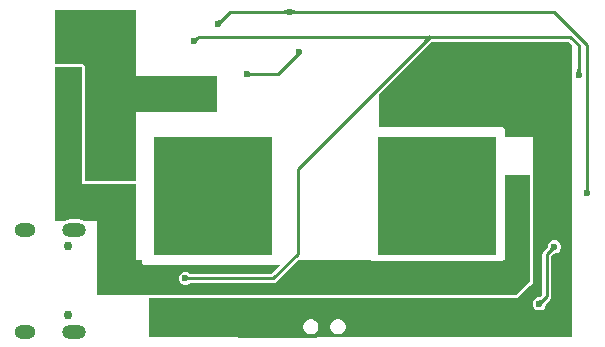
<source format=gbr>
G04*
G04 #@! TF.GenerationSoftware,Altium Limited,Altium Designer,25.2.1 (25)*
G04*
G04 Layer_Physical_Order=2*
G04 Layer_Color=16711680*
%FSLAX25Y25*%
%MOIN*%
G70*
G04*
G04 #@! TF.SameCoordinates,44C634AB-46FA-46F5-9040-7CAB15AB579A*
G04*
G04*
G04 #@! TF.FilePolarity,Positive*
G04*
G01*
G75*
%ADD14C,0.01000*%
%ADD69C,0.00500*%
%ADD70O,0.07087X0.04724*%
%ADD71O,0.07874X0.04724*%
%ADD72C,0.02953*%
%ADD73R,0.39370X0.39370*%
%ADD74C,0.02362*%
G36*
X73150Y20584D02*
X73223Y20528D01*
X73301Y20479D01*
X73386Y20437D01*
X73477Y20401D01*
X73573Y20371D01*
X73676Y20348D01*
X73784Y20332D01*
X73898Y20322D01*
X74018Y20319D01*
Y19319D01*
X73898Y19316D01*
X73784Y19306D01*
X73676Y19289D01*
X73573Y19267D01*
X73477Y19237D01*
X73386Y19201D01*
X73301Y19159D01*
X73223Y19110D01*
X73150Y19054D01*
X73083Y18992D01*
Y20646D01*
X73150Y20584D01*
D02*
G37*
G36*
X71396Y18992D02*
X71329Y19054D01*
X71256Y19110D01*
X71177Y19159D01*
X71092Y19201D01*
X71002Y19237D01*
X70905Y19267D01*
X70803Y19289D01*
X70695Y19306D01*
X70581Y19316D01*
X70460Y19319D01*
Y20319D01*
X70581Y20322D01*
X70695Y20332D01*
X70803Y20348D01*
X70905Y20371D01*
X71002Y20401D01*
X71092Y20437D01*
X71177Y20479D01*
X71256Y20528D01*
X71329Y20584D01*
X71396Y20646D01*
Y18992D01*
D02*
G37*
G36*
X50111Y16723D02*
X50029Y16636D01*
X49955Y16548D01*
X49890Y16460D01*
X49834Y16372D01*
X49786Y16283D01*
X49748Y16193D01*
X49718Y16103D01*
X49697Y16013D01*
X49685Y15922D01*
X49681Y15831D01*
X48512Y17000D01*
X48603Y17003D01*
X48694Y17016D01*
X48784Y17037D01*
X48874Y17067D01*
X48964Y17105D01*
X49053Y17153D01*
X49141Y17209D01*
X49229Y17274D01*
X49317Y17348D01*
X49404Y17430D01*
X50111Y16723D01*
D02*
G37*
G36*
X120207Y11000D02*
X120010Y10993D01*
X119819Y10972D01*
X119633Y10936D01*
X119454Y10887D01*
X119280Y10823D01*
X119113Y10745D01*
X118951Y10654D01*
X118795Y10548D01*
X118644Y10427D01*
X118500Y10293D01*
X117086D01*
X117210Y10427D01*
X117300Y10548D01*
X117356Y10654D01*
X117378Y10745D01*
X117366Y10823D01*
X117320Y10887D01*
X117239Y10936D01*
X117125Y10972D01*
X116976Y10993D01*
X116793Y11000D01*
X119000Y12000D01*
X120207Y11000D01*
D02*
G37*
G36*
X42111Y10904D02*
X42029Y10817D01*
X41955Y10729D01*
X41890Y10641D01*
X41834Y10553D01*
X41786Y10464D01*
X41748Y10374D01*
X41718Y10284D01*
X41697Y10194D01*
X41684Y10103D01*
X41681Y10012D01*
X40512Y11181D01*
X40603Y11185D01*
X40694Y11197D01*
X40784Y11218D01*
X40874Y11248D01*
X40964Y11286D01*
X41053Y11334D01*
X41141Y11390D01*
X41229Y11455D01*
X41317Y11529D01*
X41404Y11611D01*
X42111Y10904D01*
D02*
G37*
G36*
X75750Y5243D02*
X75663Y5226D01*
X75577Y5201D01*
X75490Y5169D01*
X75403Y5129D01*
X75316Y5083D01*
X75229Y5029D01*
X75143Y4968D01*
X75056Y4899D01*
X74883Y4741D01*
X74041Y5313D01*
X74124Y5401D01*
X74196Y5489D01*
X74258Y5577D01*
X74310Y5666D01*
X74351Y5754D01*
X74381Y5843D01*
X74402Y5931D01*
X74412Y6020D01*
X74411Y6109D01*
X74400Y6198D01*
X75750Y5243D01*
D02*
G37*
G36*
X169094Y644D02*
X169104Y530D01*
X169120Y422D01*
X169143Y319D01*
X169173Y223D01*
X169208Y132D01*
X169251Y48D01*
X169300Y-31D01*
X169355Y-104D01*
X169418Y-171D01*
X167764D01*
X167826Y-104D01*
X167882Y-31D01*
X167931Y48D01*
X167973Y132D01*
X168009Y223D01*
X168038Y319D01*
X168061Y422D01*
X168078Y530D01*
X168087Y644D01*
X168091Y764D01*
X169091D01*
X169094Y644D01*
D02*
G37*
G36*
X58911Y-235D02*
X58983Y-291D01*
X59062Y-340D01*
X59147Y-382D01*
X59237Y-418D01*
X59334Y-448D01*
X59436Y-471D01*
X59544Y-487D01*
X59659Y-497D01*
X59779Y-500D01*
Y-1500D01*
X59659Y-1503D01*
X59544Y-1513D01*
X59436Y-1529D01*
X59334Y-1552D01*
X59237Y-1582D01*
X59147Y-1618D01*
X59062Y-1660D01*
X58983Y-1709D01*
X58911Y-1765D01*
X58843Y-1827D01*
Y-173D01*
X58911Y-235D01*
D02*
G37*
G36*
X21000Y-1500D02*
X48000D01*
Y-13500D01*
X21000D01*
Y-36500D01*
X20069D01*
X19971Y-36480D01*
X4020D01*
Y1400D01*
X4000Y1498D01*
Y1599D01*
X3983Y1682D01*
X3945Y1775D01*
X3942Y1790D01*
X3934Y1802D01*
X3831Y2050D01*
X3550Y2331D01*
X3302Y2434D01*
X3290Y2442D01*
X3275Y2445D01*
X3182Y2483D01*
X3098Y2500D01*
X2998D01*
X2900Y2520D01*
X-6000D01*
Y20500D01*
X21000D01*
Y-1500D01*
D02*
G37*
G36*
X172003Y-38841D02*
X172013Y-38956D01*
X172029Y-39064D01*
X172052Y-39166D01*
X172082Y-39263D01*
X172118Y-39353D01*
X172160Y-39438D01*
X172209Y-39517D01*
X172265Y-39590D01*
X172327Y-39656D01*
X170673D01*
X170735Y-39590D01*
X170791Y-39517D01*
X170840Y-39438D01*
X170882Y-39353D01*
X170918Y-39263D01*
X170948Y-39166D01*
X170971Y-39064D01*
X170987Y-38956D01*
X170997Y-38841D01*
X171000Y-38721D01*
X172000D01*
X172003Y-38841D01*
D02*
G37*
G36*
X38418Y-68244D02*
X38490Y-68300D01*
X38569Y-68350D01*
X38653Y-68393D01*
X38743Y-68429D01*
X38840Y-68459D01*
X38942Y-68482D01*
X39050Y-68498D01*
X39164Y-68508D01*
X39284Y-68512D01*
X39273Y-69512D01*
X39153Y-69515D01*
X39039Y-69525D01*
X38931Y-69541D01*
X38828Y-69563D01*
X38731Y-69592D01*
X38640Y-69628D01*
X38555Y-69670D01*
X38476Y-69719D01*
X38403Y-69774D01*
X38335Y-69835D01*
X38352Y-68182D01*
X38418Y-68244D01*
D02*
G37*
G36*
X2983Y1483D02*
X3000Y1400D01*
Y-36480D01*
Y-37500D01*
X19971D01*
X20069Y-37520D01*
X21000D01*
Y-62930D01*
X22980Y-62932D01*
Y-63500D01*
X23058Y-63890D01*
X23279Y-64221D01*
X23610Y-64442D01*
X24000Y-64520D01*
X68000D01*
X68390Y-64442D01*
X68637Y-64277D01*
X68956Y-64665D01*
X66139Y-67482D01*
X39150D01*
X39131Y-67479D01*
X39103Y-67473D01*
X39084Y-67467D01*
X39077Y-67465D01*
X39052Y-67440D01*
X38980Y-67395D01*
X38735Y-67151D01*
X37934Y-66819D01*
X37066D01*
X36265Y-67151D01*
X35651Y-67765D01*
X35319Y-68566D01*
Y-69434D01*
X35651Y-70236D01*
X36265Y-70849D01*
X37066Y-71181D01*
X37934D01*
X38735Y-70849D01*
X38956Y-70629D01*
X39021Y-70589D01*
X39050Y-70563D01*
X39053Y-70561D01*
X39065Y-70557D01*
X39085Y-70551D01*
X39116Y-70544D01*
X39136Y-70541D01*
X66773D01*
X67358Y-70425D01*
X67854Y-70093D01*
X74969Y-62978D01*
X99402Y-63000D01*
X99500Y-63020D01*
X121333D01*
X142038Y-63038D01*
Y-63038D01*
X142056Y-63020D01*
X143000D01*
X143390Y-62942D01*
X143721Y-62721D01*
X143942Y-62390D01*
X144020Y-62000D01*
Y-34500D01*
X152480D01*
Y-51951D01*
X152471Y-52000D01*
Y-69867D01*
X147837Y-74500D01*
X8000D01*
X8000Y-59000D01*
Y-49701D01*
X3625D01*
X2993Y-49440D01*
X2115Y-49324D01*
X-1034D01*
X-1912Y-49440D01*
X-2543Y-49701D01*
X-6000D01*
Y1500D01*
X2900D01*
X2983Y1483D01*
D02*
G37*
G36*
X166500Y8654D02*
Y-363D01*
X166410Y-581D01*
Y-1448D01*
X166500Y-1667D01*
Y-22000D01*
Y-55000D01*
Y-88439D01*
X25854Y-88526D01*
X25500Y-88173D01*
Y-75520D01*
X147837D01*
X148227Y-75442D01*
X148558Y-75221D01*
X152279Y-71500D01*
X153500D01*
Y-55000D01*
Y-22000D01*
X144020D01*
Y-19500D01*
X143942Y-19110D01*
X143721Y-18779D01*
X143390Y-18558D01*
X143000Y-18480D01*
X102000D01*
Y-7663D01*
X119345Y9682D01*
X119401Y9727D01*
X119490Y9787D01*
X119579Y9838D01*
X119671Y9880D01*
X119765Y9915D01*
X119865Y9943D01*
X119971Y9963D01*
X120042Y9971D01*
X165183D01*
X166500Y8654D01*
D02*
G37*
%LPC*%
G36*
X160934Y-56319D02*
X160066D01*
X159265Y-56651D01*
X158651Y-57265D01*
X158319Y-58066D01*
Y-58394D01*
X158300Y-58473D01*
X158299Y-58511D01*
X158299Y-58511D01*
X158294Y-58521D01*
X158285Y-58539D01*
X158268Y-58565D01*
X158257Y-58580D01*
X156919Y-59919D01*
X156587Y-60415D01*
X156471Y-61000D01*
Y-74366D01*
X155580Y-75257D01*
X155565Y-75268D01*
X155539Y-75285D01*
X155521Y-75294D01*
X155511Y-75299D01*
X155511Y-75299D01*
X155473Y-75300D01*
X155394Y-75319D01*
X155066D01*
X154264Y-75651D01*
X153651Y-76265D01*
X153319Y-77066D01*
Y-77934D01*
X153651Y-78736D01*
X154264Y-79349D01*
X155066Y-79681D01*
X155934D01*
X156736Y-79349D01*
X157349Y-78736D01*
X157681Y-77934D01*
Y-77606D01*
X157700Y-77527D01*
X157701Y-77489D01*
X157701Y-77489D01*
X157706Y-77479D01*
X157715Y-77461D01*
X157732Y-77435D01*
X157743Y-77420D01*
X159081Y-76081D01*
X159413Y-75585D01*
X159529Y-75000D01*
Y-61633D01*
X160420Y-60743D01*
X160435Y-60732D01*
X160461Y-60715D01*
X160479Y-60706D01*
X160489Y-60701D01*
X160489Y-60701D01*
X160527Y-60700D01*
X160606Y-60681D01*
X160934D01*
X161735Y-60349D01*
X162349Y-59736D01*
X162681Y-58934D01*
Y-58066D01*
X162349Y-57265D01*
X161735Y-56651D01*
X160934Y-56319D01*
D02*
G37*
G36*
X88707Y-82524D02*
X88029D01*
X87374Y-82700D01*
X86787Y-83039D01*
X86308Y-83518D01*
X85969Y-84105D01*
X85793Y-84760D01*
Y-85438D01*
X85969Y-86093D01*
X86308Y-86680D01*
X86787Y-87159D01*
X87374Y-87498D01*
X88029Y-87674D01*
X88707D01*
X89362Y-87498D01*
X89949Y-87159D01*
X90428Y-86680D01*
X90767Y-86093D01*
X90943Y-85438D01*
Y-84760D01*
X90767Y-84105D01*
X90428Y-83518D01*
X89949Y-83039D01*
X89362Y-82700D01*
X88707Y-82524D01*
D02*
G37*
G36*
X79652D02*
X78974D01*
X78319Y-82700D01*
X77732Y-83039D01*
X77253Y-83518D01*
X76914Y-84105D01*
X76738Y-84760D01*
Y-85438D01*
X76914Y-86093D01*
X77253Y-86680D01*
X77732Y-87159D01*
X78319Y-87498D01*
X78974Y-87674D01*
X79652D01*
X80307Y-87498D01*
X80894Y-87159D01*
X81373Y-86680D01*
X81712Y-86093D01*
X81888Y-85438D01*
Y-84760D01*
X81712Y-84105D01*
X81373Y-83518D01*
X80894Y-83039D01*
X80307Y-82700D01*
X79652Y-82524D01*
D02*
G37*
%LPD*%
G36*
X160488Y-59681D02*
X160397Y-59684D01*
X160306Y-59697D01*
X160216Y-59718D01*
X160126Y-59748D01*
X160036Y-59786D01*
X159947Y-59834D01*
X159859Y-59890D01*
X159771Y-59955D01*
X159683Y-60029D01*
X159596Y-60111D01*
X158889Y-59404D01*
X158971Y-59317D01*
X159045Y-59229D01*
X159110Y-59141D01*
X159166Y-59053D01*
X159214Y-58964D01*
X159252Y-58874D01*
X159282Y-58784D01*
X159303Y-58694D01*
X159316Y-58603D01*
X159319Y-58512D01*
X160488Y-59681D01*
D02*
G37*
G36*
X157111Y-76596D02*
X157029Y-76683D01*
X156955Y-76771D01*
X156890Y-76859D01*
X156834Y-76947D01*
X156786Y-77036D01*
X156748Y-77126D01*
X156718Y-77216D01*
X156697Y-77306D01*
X156685Y-77397D01*
X156681Y-77488D01*
X155512Y-76319D01*
X155603Y-76315D01*
X155694Y-76303D01*
X155784Y-76282D01*
X155874Y-76252D01*
X155964Y-76214D01*
X156053Y-76166D01*
X156141Y-76110D01*
X156229Y-76045D01*
X156317Y-75971D01*
X156404Y-75889D01*
X157111Y-76596D01*
D02*
G37*
D14*
X75562Y6127D02*
Y6409D01*
X68435Y-1000D02*
X75562Y6127D01*
X58000Y-1000D02*
X68435D01*
X68294Y-70319D02*
X136123D01*
X37500Y-69000D02*
X37512Y-69012D01*
X66773D01*
X75000Y-32500D02*
X119000Y11500D01*
X66773Y-69012D02*
X75000Y-60784D01*
Y-32500D01*
X67601Y-71012D02*
X68294Y-70319D01*
X37514Y-73500D02*
X40002Y-71012D01*
X65438D01*
X67601D01*
X40500Y10000D02*
X42000Y11500D01*
X119000D01*
X165817D02*
X168591Y8726D01*
X119000Y11500D02*
X165817D01*
X55375Y-88134D02*
X80586D01*
X162810Y6310D02*
X165000Y8500D01*
X53332Y-86091D02*
X55375Y-88134D01*
X27751Y-86091D02*
X53332D01*
X80586Y-88134D02*
X91720Y-77000D01*
X48500Y15819D02*
X52500Y19819D01*
X29685Y-73500D02*
X37514D01*
X16842Y-60658D02*
X29685Y-73500D01*
X27751Y-86091D02*
X36842Y-77000D01*
X91720D01*
X144500Y-61942D02*
X145974Y-60468D01*
X142942Y-63500D02*
X143621D01*
X145974Y-60468D02*
Y-44526D01*
X136123Y-70319D02*
X142942Y-63500D01*
X143621D02*
X144500Y-62621D01*
Y-61942D01*
X72286Y19819D02*
X160376D01*
X171500Y-40500D02*
Y8694D01*
X160376Y19819D02*
X171500Y8694D01*
X168591Y-1015D02*
Y8726D01*
X159880Y4380D02*
X161810Y6310D01*
X159880Y-16500D02*
Y4380D01*
Y-19880D02*
Y-16500D01*
X161810Y6310D02*
X162810D01*
X52500Y19819D02*
X72239D01*
X91720Y-77000D02*
X113500D01*
X147500D01*
X154000Y-70500D01*
Y-52000D01*
X156500Y-49500D01*
X159880Y-46120D01*
X158000Y-61000D02*
X160500Y-58500D01*
X155500Y-77500D02*
X158000Y-75000D01*
Y-61000D01*
X5500Y-35000D02*
Y2500D01*
X137000Y3000D02*
Y5000D01*
Y-6626D02*
Y3000D01*
X159880Y-19880D01*
X147000Y-43500D02*
Y-40000D01*
Y-43500D02*
X150500Y-40000D01*
X145974Y-44526D02*
X147000Y-43500D01*
Y-40000D02*
X150500Y-36500D01*
X0Y-37500D02*
X11330Y-48830D01*
X17330D01*
X0Y-37500D02*
Y-7500D01*
X137000Y-6626D02*
X137000Y-6626D01*
X105791Y-6626D02*
X137000D01*
X159880Y-46120D02*
Y-19880D01*
D69*
X88368Y-85099D02*
D03*
X79313D02*
D03*
X172500Y-83500D02*
D03*
Y18000D02*
D03*
X-15000Y-42500D02*
D03*
X84500Y-41500D02*
D03*
X-15000Y18000D02*
D03*
D70*
X-15916Y-52715D02*
D03*
Y-86731D02*
D03*
D71*
X541Y-52715D02*
D03*
Y-86731D02*
D03*
D72*
X-1546Y-81101D02*
D03*
Y-58345D02*
D03*
D73*
X121402Y-41500D02*
D03*
X46598D02*
D03*
D74*
X14263Y270D02*
D03*
X75562Y6409D02*
D03*
X45000Y-11000D02*
D03*
X37500Y-69000D02*
D03*
X165000Y8500D02*
D03*
X48500Y15819D02*
D03*
X16842Y-60658D02*
D03*
X41000Y-11000D02*
D03*
X31335Y-57220D02*
D03*
X33303Y-53283D02*
D03*
X31335Y-49346D02*
D03*
X33303Y-45409D02*
D03*
X31335Y-41472D02*
D03*
X33303Y-37535D02*
D03*
X31335Y-33598D02*
D03*
X33303Y-29661D02*
D03*
X31335Y-25724D02*
D03*
X35272Y-57220D02*
D03*
X37240Y-53283D02*
D03*
X35272Y-49346D02*
D03*
Y-33598D02*
D03*
X37240Y-29661D02*
D03*
X35272Y-25724D02*
D03*
X39209Y-57220D02*
D03*
Y-25724D02*
D03*
X43146Y-57220D02*
D03*
Y-25724D02*
D03*
X47083Y-57220D02*
D03*
Y-25724D02*
D03*
X51020Y-57220D02*
D03*
Y-25724D02*
D03*
X54957Y-57220D02*
D03*
X56925Y-53283D02*
D03*
Y-29661D02*
D03*
X54957Y-25724D02*
D03*
X58894Y-57220D02*
D03*
X60862Y-53283D02*
D03*
X58894Y-49346D02*
D03*
X60862Y-45409D02*
D03*
Y-37535D02*
D03*
X58894Y-33598D02*
D03*
X60862Y-29661D02*
D03*
X58894Y-25724D02*
D03*
X62831Y-57220D02*
D03*
X64799Y-53283D02*
D03*
X62831Y-49346D02*
D03*
X64799Y-45409D02*
D03*
X62831Y-41472D02*
D03*
X64799Y-37535D02*
D03*
X62831Y-33598D02*
D03*
X64799Y-29661D02*
D03*
X62831Y-25724D02*
D03*
X104169Y-53283D02*
D03*
Y-45409D02*
D03*
Y-37535D02*
D03*
Y-29661D02*
D03*
X106138Y-57220D02*
D03*
X108107Y-53283D02*
D03*
X106138Y-49346D02*
D03*
X108107Y-45409D02*
D03*
X106138Y-41472D02*
D03*
X108107Y-37535D02*
D03*
X106138Y-33598D02*
D03*
X108107Y-29661D02*
D03*
X106138Y-25724D02*
D03*
X110075Y-57220D02*
D03*
X112043Y-53283D02*
D03*
X110075Y-49346D02*
D03*
Y-33598D02*
D03*
X112043Y-29661D02*
D03*
X110075Y-25724D02*
D03*
X114012Y-57220D02*
D03*
Y-25724D02*
D03*
X117949Y-57220D02*
D03*
Y-25724D02*
D03*
X121886Y-57220D02*
D03*
Y-25724D02*
D03*
X125823Y-57220D02*
D03*
Y-25724D02*
D03*
X129760Y-57220D02*
D03*
X131729Y-53283D02*
D03*
Y-29661D02*
D03*
X129760Y-25724D02*
D03*
X133697Y-57220D02*
D03*
X135666Y-53283D02*
D03*
X133697Y-49346D02*
D03*
X135666Y-45409D02*
D03*
Y-37535D02*
D03*
X133697Y-33598D02*
D03*
X135666Y-29661D02*
D03*
X133697Y-25724D02*
D03*
X137634Y-57220D02*
D03*
X139603Y-53283D02*
D03*
X137634Y-49346D02*
D03*
X139603Y-45409D02*
D03*
X137634Y-41472D02*
D03*
X139603Y-37535D02*
D03*
X137634Y-33598D02*
D03*
X139603Y-29661D02*
D03*
X137634Y-25724D02*
D03*
X58000Y-1000D02*
D03*
X103500Y-82500D02*
D03*
X72239Y19819D02*
D03*
X171500Y-40500D02*
D03*
X113500Y-77000D02*
D03*
X40500Y10000D02*
D03*
X155500Y-77500D02*
D03*
X0Y0D02*
D03*
X5500Y-2000D02*
D03*
Y2500D02*
D03*
X160000Y-16500D02*
D03*
X160500Y-58500D02*
D03*
X150500Y-40000D02*
D03*
Y-36500D02*
D03*
X10000Y-35000D02*
D03*
X5500D02*
D03*
X27751Y-86091D02*
D03*
X105791Y-6626D02*
D03*
X168591Y-1015D02*
D03*
X137000Y5000D02*
D03*
X0Y-7500D02*
D03*
X17330Y-48830D02*
D03*
X156500Y-49500D02*
D03*
X159880Y-19880D02*
D03*
M02*

</source>
